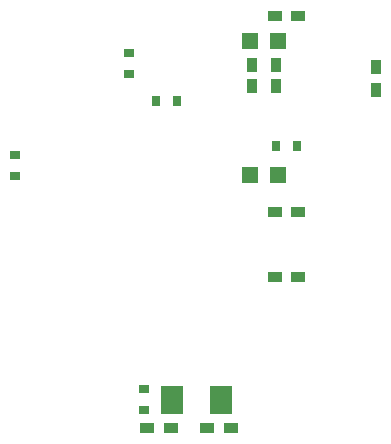
<source format=gbp>
G04 Layer_Color=128*
%FSAX44Y44*%
%MOMM*%
G71*
G01*
G75*
%ADD11R,0.7500X0.9500*%
%ADD12R,1.3000X0.9000*%
%ADD13R,1.3500X1.4500*%
%ADD39R,0.8500X1.3000*%
%ADD40R,0.9500X0.7500*%
%ADD41R,0.9000X1.3000*%
%ADD42R,1.9000X2.4000*%
D11*
X00637650Y00908050D02*
D03*
X00619650D02*
D03*
X00536050Y00946150D02*
D03*
X00518050D02*
D03*
D12*
X00638650Y00852170D02*
D03*
X00618650D02*
D03*
X00638650Y00797560D02*
D03*
X00618650D02*
D03*
X00530700Y00669290D02*
D03*
X00510700D02*
D03*
X00561500D02*
D03*
X00581500D02*
D03*
X00618650Y01018540D02*
D03*
X00638650D02*
D03*
D13*
X00621350Y00996950D02*
D03*
X00597850D02*
D03*
X00621350Y00883920D02*
D03*
X00597850D02*
D03*
D39*
X00599100Y00958850D02*
D03*
X00620100D02*
D03*
X00599100Y00976630D02*
D03*
X00620100D02*
D03*
D40*
X00398780Y00900540D02*
D03*
Y00882540D02*
D03*
X00508000Y00684420D02*
D03*
Y00702420D02*
D03*
X00495300Y00968900D02*
D03*
Y00986900D02*
D03*
D41*
X00704850Y00955200D02*
D03*
Y00975200D02*
D03*
D42*
X00572950Y00693420D02*
D03*
X00531950D02*
D03*
M02*

</source>
